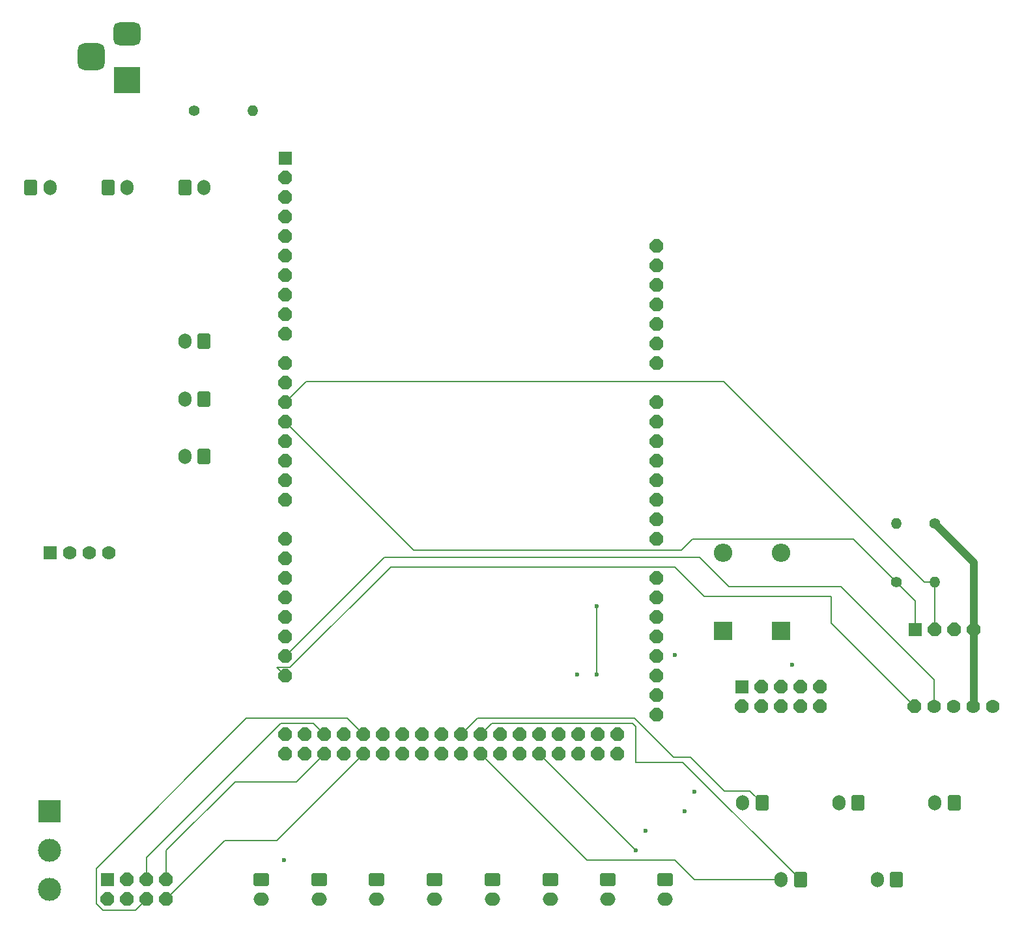
<source format=gbr>
%TF.GenerationSoftware,KiCad,Pcbnew,8.0.4*%
%TF.CreationDate,2024-09-07T12:51:51-06:00*%
%TF.ProjectId,main,6d61696e-2e6b-4696-9361-645f70636258,rev?*%
%TF.SameCoordinates,Original*%
%TF.FileFunction,Copper,L4,Bot*%
%TF.FilePolarity,Positive*%
%FSLAX46Y46*%
G04 Gerber Fmt 4.6, Leading zero omitted, Abs format (unit mm)*
G04 Created by KiCad (PCBNEW 8.0.4) date 2024-09-07 12:51:51*
%MOMM*%
%LPD*%
G01*
G04 APERTURE LIST*
G04 Aperture macros list*
%AMRoundRect*
0 Rectangle with rounded corners*
0 $1 Rounding radius*
0 $2 $3 $4 $5 $6 $7 $8 $9 X,Y pos of 4 corners*
0 Add a 4 corners polygon primitive as box body*
4,1,4,$2,$3,$4,$5,$6,$7,$8,$9,$2,$3,0*
0 Add four circle primitives for the rounded corners*
1,1,$1+$1,$2,$3*
1,1,$1+$1,$4,$5*
1,1,$1+$1,$6,$7*
1,1,$1+$1,$8,$9*
0 Add four rect primitives between the rounded corners*
20,1,$1+$1,$2,$3,$4,$5,0*
20,1,$1+$1,$4,$5,$6,$7,0*
20,1,$1+$1,$6,$7,$8,$9,0*
20,1,$1+$1,$8,$9,$2,$3,0*%
%AMOutline5P*
0 Free polygon, 5 corners , with rotation*
0 The origin of the aperture is its center*
0 number of corners: always 5*
0 $1 to $10 corner X, Y*
0 $11 Rotation angle, in degrees counterclockwise*
0 create outline with 5 corners*
4,1,5,$1,$2,$3,$4,$5,$6,$7,$8,$9,$10,$1,$2,$11*%
%AMOutline6P*
0 Free polygon, 6 corners , with rotation*
0 The origin of the aperture is its center*
0 number of corners: always 6*
0 $1 to $12 corner X, Y*
0 $13 Rotation angle, in degrees counterclockwise*
0 create outline with 6 corners*
4,1,6,$1,$2,$3,$4,$5,$6,$7,$8,$9,$10,$11,$12,$1,$2,$13*%
%AMOutline7P*
0 Free polygon, 7 corners , with rotation*
0 The origin of the aperture is its center*
0 number of corners: always 7*
0 $1 to $14 corner X, Y*
0 $15 Rotation angle, in degrees counterclockwise*
0 create outline with 7 corners*
4,1,7,$1,$2,$3,$4,$5,$6,$7,$8,$9,$10,$11,$12,$13,$14,$1,$2,$15*%
%AMOutline8P*
0 Free polygon, 8 corners , with rotation*
0 The origin of the aperture is its center*
0 number of corners: always 8*
0 $1 to $16 corner X, Y*
0 $17 Rotation angle, in degrees counterclockwise*
0 create outline with 8 corners*
4,1,8,$1,$2,$3,$4,$5,$6,$7,$8,$9,$10,$11,$12,$13,$14,$15,$16,$1,$2,$17*%
G04 Aperture macros list end*
%TA.AperFunction,ComponentPad*%
%ADD10R,1.778000X1.778000*%
%TD*%
%TA.AperFunction,ComponentPad*%
%ADD11Outline8P,-0.889000X0.368236X-0.368236X0.889000X0.368236X0.889000X0.889000X0.368236X0.889000X-0.368236X0.368236X-0.889000X-0.368236X-0.889000X-0.889000X-0.368236X0.000000*%
%TD*%
%TA.AperFunction,ComponentPad*%
%ADD12R,3.500000X3.500000*%
%TD*%
%TA.AperFunction,ComponentPad*%
%ADD13RoundRect,0.750000X-1.000000X0.750000X-1.000000X-0.750000X1.000000X-0.750000X1.000000X0.750000X0*%
%TD*%
%TA.AperFunction,ComponentPad*%
%ADD14RoundRect,0.875000X-0.875000X0.875000X-0.875000X-0.875000X0.875000X-0.875000X0.875000X0.875000X0*%
%TD*%
%TA.AperFunction,ComponentPad*%
%ADD15C,1.400000*%
%TD*%
%TA.AperFunction,ComponentPad*%
%ADD16O,1.400000X1.400000*%
%TD*%
%TA.AperFunction,ComponentPad*%
%ADD17RoundRect,0.250000X-0.600000X-0.750000X0.600000X-0.750000X0.600000X0.750000X-0.600000X0.750000X0*%
%TD*%
%TA.AperFunction,ComponentPad*%
%ADD18O,1.700000X2.000000*%
%TD*%
%TA.AperFunction,ComponentPad*%
%ADD19RoundRect,0.250000X0.600000X0.750000X-0.600000X0.750000X-0.600000X-0.750000X0.600000X-0.750000X0*%
%TD*%
%TA.AperFunction,ComponentPad*%
%ADD20C,1.778000*%
%TD*%
%TA.AperFunction,ComponentPad*%
%ADD21R,2.400000X2.400000*%
%TD*%
%TA.AperFunction,ComponentPad*%
%ADD22O,2.400000X2.400000*%
%TD*%
%TA.AperFunction,ComponentPad*%
%ADD23R,3.000000X3.000000*%
%TD*%
%TA.AperFunction,ComponentPad*%
%ADD24C,3.000000*%
%TD*%
%TA.AperFunction,ComponentPad*%
%ADD25Outline8P,-0.889000X0.368236X-0.368236X0.889000X0.368236X0.889000X0.889000X0.368236X0.889000X-0.368236X0.368236X-0.889000X-0.368236X-0.889000X-0.889000X-0.368236X180.000000*%
%TD*%
%TA.AperFunction,ComponentPad*%
%ADD26RoundRect,0.250000X-0.750000X0.600000X-0.750000X-0.600000X0.750000X-0.600000X0.750000X0.600000X0*%
%TD*%
%TA.AperFunction,ComponentPad*%
%ADD27O,2.000000X1.700000*%
%TD*%
%TA.AperFunction,ViaPad*%
%ADD28C,0.600000*%
%TD*%
%TA.AperFunction,Conductor*%
%ADD29C,0.200000*%
%TD*%
%TA.AperFunction,Conductor*%
%ADD30C,0.635000*%
%TD*%
%TA.AperFunction,Conductor*%
%ADD31C,1.016000*%
%TD*%
G04 APERTURE END LIST*
D10*
%TO.P,U$2,CLK,CLK*%
%TO.N,Net-(R2-Pad1)*%
X184960000Y-125000000D03*
D11*
%TO.P,U$2,DIO,DIO*%
%TO.N,Net-(R3-Pad2)*%
X187500000Y-125000000D03*
%TO.P,U$2,GND,GND*%
%TO.N,GND*%
X190040000Y-125000000D03*
%TO.P,U$2,VCC,VCC*%
%TO.N,/5V*%
X192580000Y-125000000D03*
%TD*%
D12*
%TO.P,J1,1,1*%
%TO.N,/RAW_IN*%
X82500000Y-53500000D03*
D13*
%TO.P,J1,2,2*%
%TO.N,unconnected-(J1-Pad2)*%
X82500000Y-47500000D03*
D14*
%TO.P,J1,3,3*%
%TO.N,GND*%
X77800000Y-50500000D03*
%TD*%
D15*
%TO.P,R2,1,1*%
%TO.N,Net-(R2-Pad1)*%
X182500000Y-118810000D03*
D16*
%TO.P,R2,2,2*%
%TO.N,/5V*%
X182500000Y-111190000D03*
%TD*%
D17*
%TO.P,POWER_LED0,1,S*%
%TO.N,/5V*%
X90000000Y-67500000D03*
D18*
%TO.P,POWER_LED0,2,S*%
%TO.N,Net-(POWER_LED0B-S)*%
X92500000Y-67500000D03*
%TD*%
D19*
%TO.P,JACK_CON3,1,S*%
%TO.N,Net-(JACK_CON3A-S)*%
X177500000Y-147500000D03*
D18*
%TO.P,JACK_CON3,2,S*%
%TO.N,Net-(JACK_CON3B-S)*%
X175000000Y-147500000D03*
%TD*%
D19*
%TO.P,JACK_CON1,1,S*%
%TO.N,Net-(JACK_CON1A-S)*%
X165000000Y-147500000D03*
D18*
%TO.P,JACK_CON1,2,S*%
%TO.N,Net-(JACK_CON1B-S)*%
X162500000Y-147500000D03*
%TD*%
D10*
%TO.P,U1,1,5V*%
%TO.N,/5V*%
X72460000Y-115000000D03*
D20*
%TO.P,U1,2,TXD*%
%TO.N,Net-(U1-TXD)*%
X75000000Y-115000000D03*
%TO.P,U1,3,RXD*%
%TO.N,Net-(U1-RXD)*%
X77540000Y-115000000D03*
%TO.P,U1,4,GND*%
%TO.N,GND*%
X80080000Y-115000000D03*
%TD*%
D10*
%TO.P,U$3,3V3,3V3*%
%TO.N,Net-(D2-K)*%
X162380000Y-132460000D03*
D11*
%TO.P,U$3,5V,5V*%
%TO.N,Net-(D1-K)*%
X164920000Y-132460000D03*
%TO.P,U$3,GND,GND*%
%TO.N,GND*%
X167460000Y-132460000D03*
%TO.P,U$3,MISO,MISO*%
%TO.N,/MISO*%
X172540000Y-135000000D03*
%TO.P,U$3,MOSI,MOSI*%
%TO.N,/MOSI*%
X172540000Y-132460000D03*
%TO.P,U$3,SCK,SCK*%
%TO.N,/SCK*%
X170000000Y-132460000D03*
%TO.P,U$3,SD_CS,SD_CS*%
%TO.N,/D48*%
X170000000Y-135000000D03*
%TO.P,U$3,SPKR,SPKR*%
%TO.N,/D2*%
X162380000Y-135000000D03*
%TO.P,U$3,TFT_CS,TFT_CS*%
%TO.N,/D53*%
X167460000Y-135000000D03*
%TO.P,U$3,TFT_DC,TFT_DC*%
%TO.N,Net-(U$1-PadD49)*%
X164920000Y-135000000D03*
%TD*%
D19*
%TO.P,SECTION_2_BUTTON0,1,KL*%
%TO.N,Net-(SECTION_2_BUTTON0A-KL)*%
X92500000Y-95000000D03*
D18*
%TO.P,SECTION_2_BUTTON0,2,KL*%
%TO.N,GND*%
X90000000Y-95000000D03*
%TD*%
D17*
%TO.P,RESET0,1,S*%
%TO.N,/RESET*%
X80000000Y-67500000D03*
D18*
%TO.P,RESET0,2,S*%
%TO.N,GND*%
X82500000Y-67500000D03*
%TD*%
D17*
%TO.P,PWR_IN0,1,S*%
%TO.N,/RAW_IN*%
X70000000Y-67500000D03*
D18*
%TO.P,PWR_IN0,2,S*%
%TO.N,/5V*%
X72500000Y-67500000D03*
%TD*%
D21*
%TO.P,D2,1,K*%
%TO.N,Net-(D2-K)*%
X160000000Y-125160000D03*
D22*
%TO.P,D2,2,A*%
%TO.N,/3V3*%
X160000000Y-115000000D03*
%TD*%
D19*
%TO.P,JACK_CON5,1,S*%
%TO.N,Net-(JACK_CON5A-S)*%
X190000000Y-147500000D03*
D18*
%TO.P,JACK_CON5,2,S*%
%TO.N,Net-(JACK_CON5B-S)*%
X187500000Y-147500000D03*
%TD*%
D15*
%TO.P,R1,1,1*%
%TO.N,Net-(POWER_LED0B-S)*%
X91190000Y-57500000D03*
D16*
%TO.P,R1,2,2*%
%TO.N,GND*%
X98810000Y-57500000D03*
%TD*%
D10*
%TO.P,U$4,P1,P1*%
%TO.N,Net-(U$1-PadD22)*%
X79960000Y-157460000D03*
D11*
%TO.P,U$4,P2,P2*%
%TO.N,Net-(U$1-PadD23)*%
X82500000Y-157460000D03*
%TO.P,U$4,P3,P3*%
%TO.N,Net-(U$1-PadD24)*%
X85040000Y-157460000D03*
%TO.P,U$4,P4,P4*%
%TO.N,Net-(U$1-PadD25)*%
X87580000Y-157460000D03*
%TO.P,U$4,PA,PA*%
%TO.N,Net-(U$1-PadD26)*%
X79960000Y-160000000D03*
%TO.P,U$4,PB,PB*%
%TO.N,Net-(U$1-PadD27)*%
X82500000Y-160000000D03*
%TO.P,U$4,PC,PC*%
%TO.N,Net-(U$1-PadD28)*%
X85040000Y-160000000D03*
%TO.P,U$4,PD,PD*%
%TO.N,/D29*%
X87580000Y-160000000D03*
%TD*%
D23*
%TO.P,X1,1,KL*%
%TO.N,/5V*%
X72390000Y-148590000D03*
D24*
%TO.P,X1,2,KL*%
%TO.N,Net-(X1B-KL)*%
X72390000Y-153670000D03*
%TO.P,X1,3,KL*%
%TO.N,GND*%
X72390000Y-158750000D03*
%TD*%
D25*
%TO.P,U$1,3V3,3V3*%
%TO.N,/3V3*%
X151328500Y-80210000D03*
%TO.P,U$1,5V@1,5V*%
%TO.N,Net-(U$1-5V-Pad5V@1)*%
X151328500Y-82750000D03*
%TO.P,U$1,5V@2,5V*%
X103068500Y-138630000D03*
%TO.P,U$1,5V@3,5V*%
X103068500Y-141170000D03*
%TO.P,U$1,A0,A0*%
%TO.N,unconnected-(U$1-PadA0)*%
X151328500Y-95450000D03*
%TO.P,U$1,A1,A1*%
%TO.N,unconnected-(U$1-PadA1)*%
X151328500Y-97990000D03*
%TO.P,U$1,A2,A2*%
%TO.N,unconnected-(U$1-PadA2)*%
X151328500Y-100530000D03*
%TO.P,U$1,A3,A3*%
%TO.N,unconnected-(U$1-PadA3)*%
X151328500Y-103070000D03*
%TO.P,U$1,A4,A4*%
%TO.N,unconnected-(U$1-PadA4)*%
X151328500Y-105610000D03*
%TO.P,U$1,A5,A5*%
%TO.N,unconnected-(U$1-PadA5)*%
X151328500Y-108150000D03*
%TO.P,U$1,A6,A6*%
%TO.N,unconnected-(U$1-PadA6)*%
X151328500Y-110690000D03*
%TO.P,U$1,A7,A7*%
%TO.N,unconnected-(U$1-PadA7)*%
X151328500Y-113230000D03*
%TO.P,U$1,A8,A8*%
%TO.N,unconnected-(U$1-PadA8)*%
X151328500Y-118310000D03*
%TO.P,U$1,A9,A9*%
%TO.N,unconnected-(U$1-PadA9)*%
X151328500Y-120850000D03*
%TO.P,U$1,A10,A10*%
%TO.N,unconnected-(U$1-PadA10)*%
X151328500Y-123390000D03*
%TO.P,U$1,A11,A11*%
%TO.N,unconnected-(U$1-PadA11)*%
X151328500Y-125930000D03*
%TO.P,U$1,A12,A12*%
%TO.N,unconnected-(U$1-PadA12)*%
X151328500Y-128470000D03*
%TO.P,U$1,A13,A13*%
%TO.N,unconnected-(U$1-PadA13)*%
X151328500Y-131010000D03*
%TO.P,U$1,A14,A14*%
%TO.N,unconnected-(U$1-PadA14)*%
X151328500Y-133550000D03*
%TO.P,U$1,A15,A15*%
%TO.N,unconnected-(U$1-PadA15)*%
X151328500Y-136090000D03*
%TO.P,U$1,AREF,AREF*%
%TO.N,unconnected-(U$1-PadAREF)*%
X103068500Y-68780000D03*
%TO.P,U$1,D0,D0*%
%TO.N,Net-(U1-RXD)*%
X103068500Y-108150000D03*
%TO.P,U$1,D1,D1*%
%TO.N,Net-(U1-TXD)*%
X103068500Y-105610000D03*
%TO.P,U$1,D2,D2*%
%TO.N,/D2*%
X103068500Y-103070000D03*
%TO.P,U$1,D3,D3*%
%TO.N,unconnected-(U$1-PadD3)*%
X103068500Y-100530000D03*
%TO.P,U$1,D4,D4*%
%TO.N,Net-(R2-Pad1)*%
X103068500Y-97990000D03*
%TO.P,U$1,D5,D5*%
%TO.N,Net-(R3-Pad2)*%
X103068500Y-95450000D03*
%TO.P,U$1,D6,D6*%
%TO.N,unconnected-(U$1-PadD6)*%
X103068500Y-92910000D03*
%TO.P,U$1,D7,D7*%
%TO.N,unconnected-(U$1-PadD7)*%
X103068500Y-90370000D03*
%TO.P,U$1,D8,D8*%
%TO.N,Net-(X1B-KL)*%
X103068500Y-86560000D03*
%TO.P,U$1,D9,D9*%
%TO.N,Net-(SECTION_1_BUTTON0A-KL)*%
X103068500Y-84020000D03*
%TO.P,U$1,D10,D10*%
%TO.N,Net-(SECTION_2_BUTTON0A-KL)*%
X103068500Y-81480000D03*
%TO.P,U$1,D11,D11*%
%TO.N,Net-(SECTION_3_BUTTON0A-KL)*%
X103068500Y-78940000D03*
%TO.P,U$1,D12,D12*%
%TO.N,unconnected-(U$1-PadD12)*%
X103068500Y-76400000D03*
%TO.P,U$1,D13,D13*%
%TO.N,unconnected-(U$1-PadD13)*%
X103068500Y-73860000D03*
%TO.P,U$1,D14,D14*%
%TO.N,unconnected-(U$1-PadD14)*%
X103068500Y-113230000D03*
%TO.P,U$1,D15,D15*%
%TO.N,unconnected-(U$1-PadD15)*%
X103068500Y-115770000D03*
%TO.P,U$1,D16,D16*%
%TO.N,unconnected-(U$1-PadD16)*%
X103068500Y-118310000D03*
%TO.P,U$1,D17,D17*%
%TO.N,unconnected-(U$1-PadD17)*%
X103068500Y-120850000D03*
%TO.P,U$1,D18,D18*%
%TO.N,unconnected-(U$1-PadD18)*%
X103068500Y-123390000D03*
%TO.P,U$1,D19,D19*%
%TO.N,unconnected-(U$1-PadD19)*%
X103068500Y-125930000D03*
%TO.P,U$1,D20,D20*%
%TO.N,Net-(U$1-PadD20)*%
X103068500Y-128470000D03*
%TO.P,U$1,D21,D21*%
%TO.N,/D21*%
X103068500Y-131010000D03*
%TO.P,U$1,D22,D22*%
%TO.N,Net-(U$1-PadD22)*%
X105608500Y-138630000D03*
%TO.P,U$1,D23,D23*%
%TO.N,Net-(U$1-PadD23)*%
X105608500Y-141170000D03*
%TO.P,U$1,D24,D24*%
%TO.N,Net-(U$1-PadD24)*%
X108148500Y-138630000D03*
%TO.P,U$1,D25,D25*%
%TO.N,Net-(U$1-PadD25)*%
X108148500Y-141170000D03*
%TO.P,U$1,D26,D26*%
%TO.N,Net-(U$1-PadD26)*%
X110688500Y-138630000D03*
%TO.P,U$1,D27,D27*%
%TO.N,Net-(U$1-PadD27)*%
X110688500Y-141170000D03*
%TO.P,U$1,D28,D28*%
%TO.N,Net-(U$1-PadD28)*%
X113228500Y-138630000D03*
%TO.P,U$1,D29,D29*%
%TO.N,/D29*%
X113228500Y-141170000D03*
%TO.P,U$1,D30,D30*%
%TO.N,Net-(SW1A-S)*%
X115768500Y-138630000D03*
%TO.P,U$1,D31,D31*%
%TO.N,Net-(SW2A-S)*%
X115768500Y-141170000D03*
%TO.P,U$1,D32,D32*%
%TO.N,Net-(SW3A-S)*%
X118308500Y-138630000D03*
%TO.P,U$1,D33,D33*%
%TO.N,Net-(SW4A-S)*%
X118308500Y-141170000D03*
%TO.P,U$1,D34,D34*%
%TO.N,Net-(SW5A-S)*%
X120848500Y-138630000D03*
%TO.P,U$1,D35,D35*%
%TO.N,Net-(SW6A-S)*%
X120848500Y-141170000D03*
%TO.P,U$1,D36,D36*%
%TO.N,Net-(SW7A-S)*%
X123388500Y-138630000D03*
%TO.P,U$1,D37,D37*%
%TO.N,Net-(SW8A-S)*%
X123388500Y-141170000D03*
%TO.P,U$1,D38,D38*%
%TO.N,Net-(JACK_CON1A-S)*%
X125928500Y-138630000D03*
%TO.P,U$1,D39,D39*%
%TO.N,Net-(JACK_CON1B-S)*%
X125928500Y-141170000D03*
%TO.P,U$1,D40,D40*%
%TO.N,Net-(JACK_CON2A-S)*%
X128468500Y-138630000D03*
%TO.P,U$1,D41,D41*%
%TO.N,Net-(JACK_CON2B-S)*%
X128468500Y-141170000D03*
%TO.P,U$1,D42,D42*%
%TO.N,Net-(JACK_CON3A-S)*%
X131008500Y-138630000D03*
%TO.P,U$1,D43,D43*%
%TO.N,Net-(JACK_CON3B-S)*%
X131008500Y-141170000D03*
%TO.P,U$1,D44,D44*%
%TO.N,Net-(JACK_CON4A-S)*%
X133548500Y-138630000D03*
%TO.P,U$1,D45,D45*%
%TO.N,Net-(JACK_CON4B-S)*%
X133548500Y-141170000D03*
%TO.P,U$1,D46,D46*%
%TO.N,Net-(JACK_CON5A-S)*%
X136088500Y-138630000D03*
%TO.P,U$1,D47,D47*%
%TO.N,Net-(JACK_CON5B-S)*%
X136088500Y-141170000D03*
%TO.P,U$1,D48,D48*%
%TO.N,/D48*%
X138628500Y-138630000D03*
%TO.P,U$1,D49,D49*%
%TO.N,Net-(U$1-PadD49)*%
X138628500Y-141170000D03*
%TO.P,U$1,D50,D50*%
%TO.N,/MISO*%
X141168500Y-138630000D03*
%TO.P,U$1,D51,D51*%
%TO.N,/MOSI*%
X141168500Y-141170000D03*
%TO.P,U$1,D52,D52*%
%TO.N,/SCK*%
X143708500Y-138630000D03*
%TO.P,U$1,D53,D53*%
%TO.N,/D53*%
X143708500Y-141170000D03*
%TO.P,U$1,GND@1,GND*%
%TO.N,GND*%
X103068500Y-71320000D03*
%TO.P,U$1,GND@2,GND*%
X151328500Y-87830000D03*
%TO.P,U$1,GND@3,GND*%
X151328500Y-85290000D03*
%TO.P,U$1,GND@4,GND*%
X146248500Y-138630000D03*
%TO.P,U$1,GND@5,GND*%
X146248500Y-141170000D03*
%TO.P,U$1,IOREF,IOREF*%
%TO.N,unconnected-(U$1-PadIOREF)*%
X151328500Y-75130000D03*
%TO.P,U$1,RESET,RESET*%
%TO.N,/RESET*%
X151328500Y-77670000D03*
D10*
%TO.P,U$1,SCL,SCL*%
%TO.N,unconnected-(U$1-PadSCL)*%
X103068500Y-63700000D03*
D25*
%TO.P,U$1,SDA,SDA*%
%TO.N,unconnected-(U$1-PadSDA)*%
X103068500Y-66240000D03*
%TO.P,U$1,VIN,VIN*%
%TO.N,/5V*%
X151328500Y-90370000D03*
%TD*%
D19*
%TO.P,JACK_CON2,1,S*%
%TO.N,Net-(JACK_CON2A-S)*%
X170000000Y-157500000D03*
D18*
%TO.P,JACK_CON2,2,S*%
%TO.N,Net-(JACK_CON2B-S)*%
X167500000Y-157500000D03*
%TD*%
D19*
%TO.P,SECTION_1_BUTTON0,1,KL*%
%TO.N,Net-(SECTION_1_BUTTON0A-KL)*%
X92500000Y-102500000D03*
D18*
%TO.P,SECTION_1_BUTTON0,2,KL*%
%TO.N,GND*%
X90000000Y-102500000D03*
%TD*%
D19*
%TO.P,JACK_CON4,1,S*%
%TO.N,Net-(JACK_CON4A-S)*%
X182500000Y-157500000D03*
D18*
%TO.P,JACK_CON4,2,S*%
%TO.N,Net-(JACK_CON4B-S)*%
X180000000Y-157500000D03*
%TD*%
D15*
%TO.P,R3,1,1*%
%TO.N,/5V*%
X187500000Y-111190000D03*
D16*
%TO.P,R3,2,2*%
%TO.N,Net-(R3-Pad2)*%
X187500000Y-118810000D03*
%TD*%
D20*
%TO.P,U$5,+,+*%
%TO.N,/5V*%
X192500000Y-135000000D03*
D11*
%TO.P,U$5,CLK,CLK*%
%TO.N,/D21*%
X184880000Y-135000000D03*
D20*
%TO.P,U$5,DT,DT*%
%TO.N,Net-(U$1-PadD20)*%
X187420000Y-135000000D03*
%TO.P,U$5,GND,GND*%
%TO.N,GND*%
X195040000Y-135000000D03*
%TO.P,U$5,SW,SW*%
%TO.N,unconnected-(U$5-PadSW)*%
X189960000Y-135000000D03*
%TD*%
D19*
%TO.P,SECTION_3_BUTTON0,1,KL*%
%TO.N,Net-(SECTION_3_BUTTON0A-KL)*%
X92500000Y-87500000D03*
D18*
%TO.P,SECTION_3_BUTTON0,2,KL*%
%TO.N,GND*%
X90000000Y-87500000D03*
%TD*%
D21*
%TO.P,D1,1,K*%
%TO.N,Net-(D1-K)*%
X167500000Y-125160000D03*
D22*
%TO.P,D1,2,A*%
%TO.N,/5V*%
X167500000Y-115000000D03*
%TD*%
D26*
%TO.P,SW1,1,S*%
%TO.N,Net-(SW1A-S)*%
X99950000Y-157500000D03*
D27*
%TO.P,SW1,2,S*%
%TO.N,GND*%
X99950000Y-160000000D03*
%TD*%
D26*
%TO.P,SW3,1,S*%
%TO.N,Net-(SW3A-S)*%
X114950000Y-157500000D03*
D27*
%TO.P,SW3,2,S*%
%TO.N,GND*%
X114950000Y-160000000D03*
%TD*%
D26*
%TO.P,SW5,1,S*%
%TO.N,Net-(SW5A-S)*%
X129950000Y-157500000D03*
D27*
%TO.P,SW5,2,S*%
%TO.N,GND*%
X129950000Y-160000000D03*
%TD*%
D26*
%TO.P,SW6,1,S*%
%TO.N,Net-(SW6A-S)*%
X137500000Y-157500000D03*
D27*
%TO.P,SW6,2,S*%
%TO.N,GND*%
X137500000Y-160000000D03*
%TD*%
D26*
%TO.P,SW7,1,S*%
%TO.N,Net-(SW7A-S)*%
X144950000Y-157500000D03*
D27*
%TO.P,SW7,2,S*%
%TO.N,GND*%
X144950000Y-160000000D03*
%TD*%
D26*
%TO.P,SW2,1,S*%
%TO.N,Net-(SW2A-S)*%
X107450000Y-157500000D03*
D27*
%TO.P,SW2,2,S*%
%TO.N,GND*%
X107450000Y-160000000D03*
%TD*%
D26*
%TO.P,SW8,1,S*%
%TO.N,Net-(SW8A-S)*%
X152450000Y-157500000D03*
D27*
%TO.P,SW8,2,S*%
%TO.N,GND*%
X152450000Y-160000000D03*
%TD*%
D26*
%TO.P,SW4,1,S*%
%TO.N,Net-(SW4A-S)*%
X122450000Y-157500000D03*
D27*
%TO.P,SW4,2,S*%
%TO.N,GND*%
X122450000Y-160000000D03*
%TD*%
D28*
%TO.N,/SCK*%
X168910000Y-129540000D03*
X143510000Y-121920000D03*
%TO.N,/MOSI*%
X154940000Y-148590000D03*
%TO.N,/D53*%
X156210000Y-146050000D03*
%TO.N,Net-(U$1-PadD49)*%
X149860000Y-151130000D03*
%TO.N,/SCK*%
X143510000Y-130810000D03*
%TO.N,/MISO*%
X140970000Y-130810000D03*
%TO.N,/D48*%
X153670000Y-128270000D03*
%TO.N,Net-(JACK_CON5B-S)*%
X148590000Y-153670000D03*
%TO.N,Net-(U$1-5V-Pad5V@1)*%
X102870000Y-154940000D03*
%TD*%
D29*
%TO.N,/SCK*%
X143510000Y-130810000D02*
X143510000Y-121920000D01*
%TO.N,Net-(JACK_CON1A-S)*%
X148430341Y-136526600D02*
X128031900Y-136526600D01*
X153486541Y-141582800D02*
X148430341Y-136526600D01*
X155767200Y-141582800D02*
X153486541Y-141582800D01*
X163442800Y-145942800D02*
X160127200Y-145942800D01*
X165000000Y-147500000D02*
X163442800Y-145942800D01*
X160127200Y-145942800D02*
X155767200Y-141582800D01*
X128031900Y-136526600D02*
X125928500Y-138630000D01*
%TO.N,Net-(JACK_CON5A-S)*%
X190320000Y-147500000D02*
X190500000Y-147320000D01*
X190000000Y-147500000D02*
X190320000Y-147500000D01*
%TO.N,Net-(JACK_CON5B-S)*%
X148588500Y-153670000D02*
X136088500Y-141170000D01*
X148590000Y-153670000D02*
X148588500Y-153670000D01*
%TO.N,Net-(JACK_CON2A-S)*%
X129914700Y-137183800D02*
X128468500Y-138630000D01*
X148590000Y-137615681D02*
X148158119Y-137183800D01*
X148590000Y-142240000D02*
X148590000Y-137615681D01*
X154740000Y-142240000D02*
X148590000Y-142240000D01*
X170000000Y-157500000D02*
X154740000Y-142240000D01*
X148158119Y-137183800D02*
X129914700Y-137183800D01*
%TO.N,Net-(JACK_CON2B-S)*%
X157500000Y-157500000D02*
X167500000Y-157500000D01*
X157480000Y-157480000D02*
X157500000Y-157500000D01*
X142240000Y-154940000D02*
X153670000Y-154940000D01*
X129916200Y-142616200D02*
X142240000Y-154940000D01*
X156210000Y-157480000D02*
X157480000Y-157480000D01*
X129914700Y-142616200D02*
X129916200Y-142616200D01*
X153670000Y-154940000D02*
X156210000Y-157480000D01*
X128468500Y-141170000D02*
X129914700Y-142616200D01*
%TO.N,Net-(JACK_CON1B-S)*%
X125730000Y-140970000D02*
X125730000Y-140971500D01*
X125928500Y-141170000D02*
X125730000Y-140971500D01*
D30*
%TO.N,/5V*%
X192580000Y-134920000D02*
X192500000Y-135000000D01*
D31*
X192580000Y-125000000D02*
X192580000Y-134920000D01*
X192580000Y-116270000D02*
X192580000Y-125000000D01*
X187500000Y-111190000D02*
X192580000Y-116270000D01*
D29*
%TO.N,Net-(R3-Pad2)*%
X187500000Y-118810000D02*
X187500000Y-125000000D01*
X186120000Y-118810000D02*
X187500000Y-118810000D01*
X160020000Y-92710000D02*
X186120000Y-118810000D01*
X105808500Y-92710000D02*
X160020000Y-92710000D01*
X103068500Y-95450000D02*
X105808500Y-92710000D01*
%TO.N,Net-(R2-Pad1)*%
X184960000Y-121270000D02*
X184960000Y-125000000D01*
X182500000Y-118810000D02*
X184960000Y-121270000D01*
X176932800Y-113242800D02*
X182500000Y-118810000D01*
X155997200Y-113242800D02*
X176932800Y-113242800D01*
X154563800Y-114676200D02*
X155997200Y-113242800D01*
X119754700Y-114676200D02*
X154563800Y-114676200D01*
X103068500Y-97990000D02*
X119754700Y-114676200D01*
%TO.N,/D21*%
X173990000Y-124110000D02*
X184880000Y-135000000D01*
X173990000Y-120650000D02*
X173990000Y-124110000D01*
X157480000Y-120650000D02*
X173990000Y-120650000D01*
X153670000Y-116840000D02*
X157480000Y-120650000D01*
X116743736Y-116840000D02*
X153670000Y-116840000D01*
X103667536Y-129916200D02*
X116743736Y-116840000D01*
X101974700Y-129916200D02*
X103667536Y-129916200D01*
X103068500Y-131010000D02*
X101974700Y-129916200D01*
%TO.N,Net-(U$1-PadD20)*%
X187420000Y-131540000D02*
X187420000Y-135000000D01*
X160754943Y-119380000D02*
X175260000Y-119380000D01*
X175260000Y-119380000D02*
X187420000Y-131540000D01*
X156944943Y-115570000D02*
X160754943Y-119380000D01*
X115968500Y-115570000D02*
X156944943Y-115570000D01*
X103068500Y-128470000D02*
X115968500Y-115570000D01*
%TO.N,/D29*%
X101998500Y-152400000D02*
X113228500Y-141170000D01*
X95180000Y-152400000D02*
X101998500Y-152400000D01*
X87580000Y-160000000D02*
X95180000Y-152400000D01*
%TO.N,Net-(U$1-PadD28)*%
X78513800Y-160599036D02*
X78513800Y-156013800D01*
X79360964Y-161446200D02*
X78513800Y-160599036D01*
X83593800Y-161446200D02*
X79360964Y-161446200D01*
X111125100Y-136526600D02*
X113228500Y-138630000D01*
X85040000Y-160000000D02*
X83593800Y-161446200D01*
X78513800Y-156013800D02*
X98001000Y-136526600D01*
X98001000Y-136526600D02*
X111125100Y-136526600D01*
%TO.N,Net-(U$1-PadD26)*%
X79990000Y-160000000D02*
X79960000Y-160000000D01*
X79990000Y-160000000D02*
X80010000Y-160020000D01*
%TO.N,Net-(U$1-PadD25)*%
X104538500Y-144780000D02*
X108148500Y-141170000D01*
X96520000Y-144780000D02*
X104538500Y-144780000D01*
X87580000Y-153720000D02*
X96520000Y-144780000D01*
X87580000Y-157460000D02*
X87580000Y-153720000D01*
%TO.N,Net-(U$1-PadD24)*%
X106702300Y-137183800D02*
X108148500Y-138630000D01*
X102469464Y-137183800D02*
X106702300Y-137183800D01*
X85040000Y-154613264D02*
X102469464Y-137183800D01*
X85040000Y-157460000D02*
X85040000Y-154613264D01*
%TD*%
M02*

</source>
